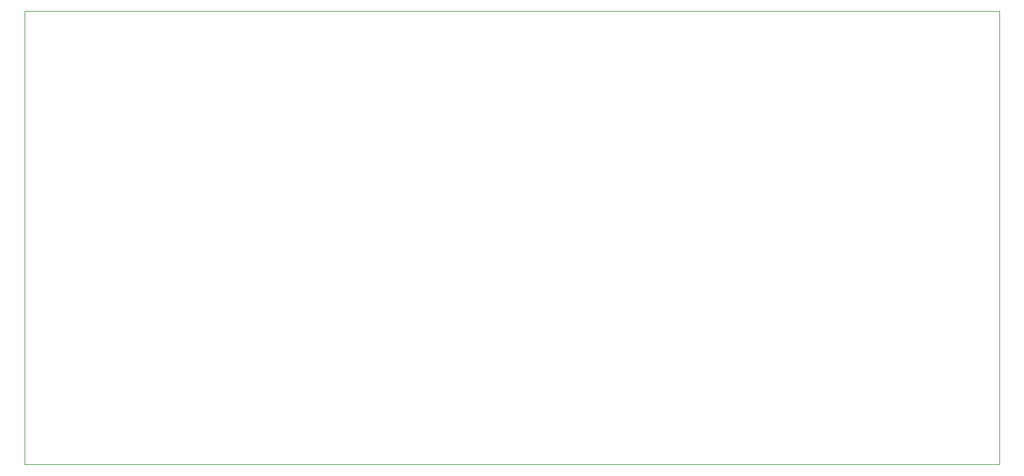
<source format=gm1>
G04 #@! TF.GenerationSoftware,KiCad,Pcbnew,5.1.6-c6e7f7d~87~ubuntu20.04.1*
G04 #@! TF.CreationDate,2020-08-06T14:28:34-04:00*
G04 #@! TF.ProjectId,Onboard_Gateway,4f6e626f-6172-4645-9f47-617465776179,Leonardo Ward*
G04 #@! TF.SameCoordinates,Original*
G04 #@! TF.FileFunction,Profile,NP*
%FSLAX46Y46*%
G04 Gerber Fmt 4.6, Leading zero omitted, Abs format (unit mm)*
G04 Created by KiCad (PCBNEW 5.1.6-c6e7f7d~87~ubuntu20.04.1) date 2020-08-06 14:28:34*
%MOMM*%
%LPD*%
G01*
G04 APERTURE LIST*
G04 #@! TA.AperFunction,Profile*
%ADD10C,0.050000*%
G04 #@! TD*
G04 APERTURE END LIST*
D10*
X230632000Y-126492000D02*
X229616000Y-126492000D01*
X230632000Y-64008000D02*
X230632000Y-126492000D01*
X229616000Y-64008000D02*
X230632000Y-64008000D01*
X229616000Y-64008000D02*
X96520000Y-64008000D01*
X96520000Y-126492000D02*
X229616000Y-126492000D01*
X96520000Y-124460000D02*
X96520000Y-126492000D01*
X96520000Y-64008000D02*
X96520000Y-124460000D01*
M02*

</source>
